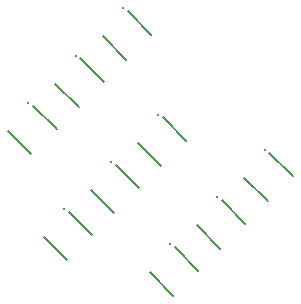
<source format=gto>
%FSLAX33Y33*%
%MOMM*%
%ADD10C,0.15*%
%ADD11C,0.2X0.*%
%ADD12C,0.2X0.*%
%ADD13C,0.2X0.*%
%ADD14C,0.2X0.*%
%ADD15C,0.2X0.*%
%ADD16C,0.2X0.*%
%ADD17C,0.2X0.*%
%ADD18C,0.2X0.*%
%ADD19C,0.2X0.*%
D10*
%LNtop silkscreen_traces*%
%LNtop silkscreen component 0b2ec78b889fa681*%
G01*
X1949Y15929D02*
X3929Y13949D01*
X4071Y18051D02*
X6051Y16071D01*
D11*
X3664Y18298D03*
%LNtop silkscreen component aa2ad5c2276a115c*%
D10*
X12949Y14929D02*
X14929Y12949D01*
X15071Y17051D02*
X17051Y15071D01*
D12*
X14664Y17298D03*
%LNtop silkscreen component f00f0886dcd7b053*%
D10*
X9949Y23929D02*
X11929Y21949D01*
X12071Y26051D02*
X14051Y24071D01*
D13*
X11664Y26298D03*
%LNtop silkscreen component becf046d8cbe18d5*%
D10*
X21949Y11929D02*
X23929Y9949D01*
X24071Y14051D02*
X26051Y12071D01*
D14*
X23664Y14298D03*
%LNtop silkscreen component 1bfe57d5f175ffed*%
D10*
X5949Y19929D02*
X7929Y17949D01*
X8071Y22051D02*
X10051Y20071D01*
D15*
X7664Y22298D03*
%LNtop silkscreen component 0cf5d6c2c48c976c*%
D10*
X8949Y10929D02*
X10929Y8949D01*
X11071Y13051D02*
X13051Y11071D01*
D16*
X10664Y13298D03*
%LNtop silkscreen component c553d5c0c6166a56*%
D10*
X17949Y7929D02*
X19929Y5949D01*
X20071Y10051D02*
X22051Y8071D01*
D17*
X19664Y10298D03*
%LNtop silkscreen component bba6a3268ea616f7*%
D10*
X13949Y3929D02*
X15929Y1949D01*
X16071Y6051D02*
X18051Y4071D01*
D18*
X15664Y6298D03*
%LNtop silkscreen component 5909d0c3ddc7cfbd*%
D10*
X4954Y6934D02*
X6934Y4954D01*
X7076Y9055D02*
X9055Y7076D01*
D19*
X6669Y9302D03*
M02*
</source>
